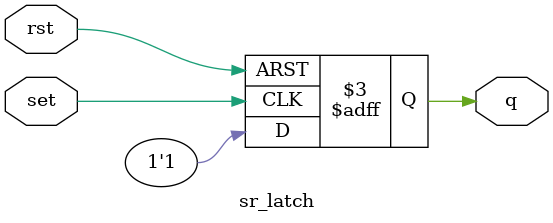
<source format=v>
`default_nettype none

module sr_latch(set, rst, q);

   input      set;
   input      rst;
   output reg q = 1'b0;

   always @(posedge set or posedge rst) begin
      q <= 1'b0;
      if (rst)
	q <= 1'b0;
      else
	q <= 1'b1;
   end

endmodule // sr_latch


</source>
